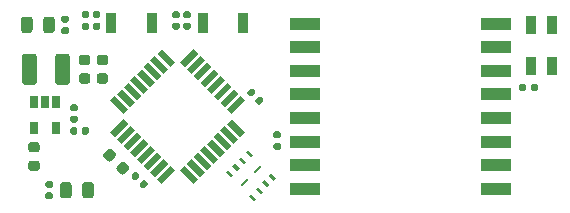
<source format=gbr>
%TF.GenerationSoftware,KiCad,Pcbnew,(5.1.6)-1*%
%TF.CreationDate,2020-12-02T12:11:42+01:00*%
%TF.ProjectId,LoRa_Dongle_Thin,4c6f5261-5f44-46f6-9e67-6c655f546869,rev?*%
%TF.SameCoordinates,Original*%
%TF.FileFunction,Paste,Top*%
%TF.FilePolarity,Positive*%
%FSLAX46Y46*%
G04 Gerber Fmt 4.6, Leading zero omitted, Abs format (unit mm)*
G04 Created by KiCad (PCBNEW (5.1.6)-1) date 2020-12-02 12:11:42*
%MOMM*%
%LPD*%
G01*
G04 APERTURE LIST*
%ADD10C,0.100000*%
%ADD11R,2.500000X1.000000*%
%ADD12R,0.850000X1.600000*%
%ADD13R,0.650000X1.060000*%
%ADD14R,0.900000X1.700000*%
G04 APERTURE END LIST*
%TO.C,C4*%
G36*
G01*
X33083081Y51381968D02*
X33327033Y51625919D01*
G75*
G02*
X33535629Y51625919I104298J-104298D01*
G01*
X33744225Y51417323D01*
G75*
G02*
X33744225Y51208727I-104298J-104298D01*
G01*
X33500273Y50964775D01*
G75*
G02*
X33291677Y50964775I-104298J104298D01*
G01*
X33083081Y51173371D01*
G75*
G02*
X33083081Y51381967I104298J104298D01*
G01*
G37*
G36*
G01*
X33768975Y50696074D02*
X34012927Y50940025D01*
G75*
G02*
X34221523Y50940025I104298J-104298D01*
G01*
X34430119Y50731429D01*
G75*
G02*
X34430119Y50522833I-104298J-104298D01*
G01*
X34186167Y50278881D01*
G75*
G02*
X33977571Y50278881I-104298J104298D01*
G01*
X33768975Y50487477D01*
G75*
G02*
X33768975Y50696073I104298J104298D01*
G01*
G37*
%TD*%
D10*
%TO.C,U2*%
G36*
X42678145Y57709638D02*
G01*
X41546774Y56578267D01*
X41157865Y56967176D01*
X42289236Y58098547D01*
X42678145Y57709638D01*
G37*
G36*
X42112460Y58275324D02*
G01*
X40981089Y57143953D01*
X40592180Y57532862D01*
X41723551Y58664233D01*
X42112460Y58275324D01*
G37*
G36*
X41546774Y58841009D02*
G01*
X40415403Y57709638D01*
X40026494Y58098547D01*
X41157865Y59229918D01*
X41546774Y58841009D01*
G37*
G36*
X40981089Y59406695D02*
G01*
X39849718Y58275324D01*
X39460809Y58664233D01*
X40592180Y59795604D01*
X40981089Y59406695D01*
G37*
G36*
X40415404Y59972380D02*
G01*
X39284033Y58841009D01*
X38895124Y59229918D01*
X40026495Y60361289D01*
X40415404Y59972380D01*
G37*
G36*
X39849718Y60538065D02*
G01*
X38718347Y59406694D01*
X38329438Y59795603D01*
X39460809Y60926974D01*
X39849718Y60538065D01*
G37*
G36*
X39284033Y61103751D02*
G01*
X38152662Y59972380D01*
X37763753Y60361289D01*
X38895124Y61492660D01*
X39284033Y61103751D01*
G37*
G36*
X38718347Y61669436D02*
G01*
X37586976Y60538065D01*
X37198067Y60926974D01*
X38329438Y62058345D01*
X38718347Y61669436D01*
G37*
G36*
X32806935Y55758024D02*
G01*
X31675564Y54626653D01*
X31286655Y55015562D01*
X32418026Y56146933D01*
X32806935Y55758024D01*
G37*
G36*
X33372620Y55192338D02*
G01*
X32241249Y54060967D01*
X31852340Y54449876D01*
X32983711Y55581247D01*
X33372620Y55192338D01*
G37*
G36*
X33938306Y54626653D02*
G01*
X32806935Y53495282D01*
X32418026Y53884191D01*
X33549397Y55015562D01*
X33938306Y54626653D01*
G37*
G36*
X34503991Y54060967D02*
G01*
X33372620Y52929596D01*
X32983711Y53318505D01*
X34115082Y54449876D01*
X34503991Y54060967D01*
G37*
G36*
X35069676Y53495282D02*
G01*
X33938305Y52363911D01*
X33549396Y52752820D01*
X34680767Y53884191D01*
X35069676Y53495282D01*
G37*
G36*
X35635362Y52929597D02*
G01*
X34503991Y51798226D01*
X34115082Y52187135D01*
X35246453Y53318506D01*
X35635362Y52929597D01*
G37*
G36*
X36201047Y52363911D02*
G01*
X35069676Y51232540D01*
X34680767Y51621449D01*
X35812138Y52752820D01*
X36201047Y52363911D01*
G37*
G36*
X36766733Y51798226D02*
G01*
X35635362Y50666855D01*
X35246453Y51055764D01*
X36377824Y52187135D01*
X36766733Y51798226D01*
G37*
G36*
X38718347Y51055764D02*
G01*
X38329438Y50666855D01*
X37198067Y51798226D01*
X37586976Y52187135D01*
X38718347Y51055764D01*
G37*
G36*
X39284033Y51621449D02*
G01*
X38895124Y51232540D01*
X37763753Y52363911D01*
X38152662Y52752820D01*
X39284033Y51621449D01*
G37*
G36*
X39849718Y52187135D02*
G01*
X39460809Y51798226D01*
X38329438Y52929597D01*
X38718347Y53318506D01*
X39849718Y52187135D01*
G37*
G36*
X40415404Y52752820D02*
G01*
X40026495Y52363911D01*
X38895124Y53495282D01*
X39284033Y53884191D01*
X40415404Y52752820D01*
G37*
G36*
X40981089Y53318505D02*
G01*
X40592180Y52929596D01*
X39460809Y54060967D01*
X39849718Y54449876D01*
X40981089Y53318505D01*
G37*
G36*
X41546774Y53884191D02*
G01*
X41157865Y53495282D01*
X40026494Y54626653D01*
X40415403Y55015562D01*
X41546774Y53884191D01*
G37*
G36*
X42112460Y54449876D02*
G01*
X41723551Y54060967D01*
X40592180Y55192338D01*
X40981089Y55581247D01*
X42112460Y54449876D01*
G37*
G36*
X42678145Y55015562D02*
G01*
X42289236Y54626653D01*
X41157865Y55758024D01*
X41546774Y56146933D01*
X42678145Y55015562D01*
G37*
G36*
X36766733Y60926974D02*
G01*
X36377824Y60538065D01*
X35246453Y61669436D01*
X35635362Y62058345D01*
X36766733Y60926974D01*
G37*
G36*
X36201047Y60361289D02*
G01*
X35812138Y59972380D01*
X34680767Y61103751D01*
X35069676Y61492660D01*
X36201047Y60361289D01*
G37*
G36*
X35635362Y59795603D02*
G01*
X35246453Y59406694D01*
X34115082Y60538065D01*
X34503991Y60926974D01*
X35635362Y59795603D01*
G37*
G36*
X35069676Y59229918D02*
G01*
X34680767Y58841009D01*
X33549396Y59972380D01*
X33938305Y60361289D01*
X35069676Y59229918D01*
G37*
G36*
X34503991Y58664233D02*
G01*
X34115082Y58275324D01*
X32983711Y59406695D01*
X33372620Y59795604D01*
X34503991Y58664233D01*
G37*
G36*
X33938306Y58098547D02*
G01*
X33549397Y57709638D01*
X32418026Y58841009D01*
X32806935Y59229918D01*
X33938306Y58098547D01*
G37*
G36*
X33372620Y57532862D02*
G01*
X32983711Y57143953D01*
X31852340Y58275324D01*
X32241249Y58664233D01*
X33372620Y57532862D01*
G37*
G36*
X32806935Y56967176D02*
G01*
X32418026Y56578267D01*
X31286655Y57709638D01*
X31675564Y58098547D01*
X32806935Y56967176D01*
G37*
%TD*%
D11*
%TO.C,U3*%
X47749000Y64226200D03*
X47749000Y62226200D03*
X47749000Y60226200D03*
X47749000Y58226200D03*
X47749000Y56226200D03*
X47749000Y54226200D03*
X47749000Y52226200D03*
X47749000Y50226200D03*
X63949000Y50226200D03*
X63949000Y52226200D03*
X63949000Y54226200D03*
X63949000Y56226200D03*
X63949000Y58226200D03*
X63949000Y60226200D03*
X63949000Y62226200D03*
X63949000Y64226200D03*
%TD*%
%TO.C,C5*%
G36*
G01*
X31709108Y52955884D02*
X31346716Y52593491D01*
G75*
G02*
X31037356Y52593491I-154680J154680D01*
G01*
X30727997Y52902850D01*
G75*
G02*
X30727997Y53212210I154680J154680D01*
G01*
X31090390Y53574603D01*
G75*
G02*
X31399750Y53574603I154680J-154680D01*
G01*
X31709109Y53265244D01*
G75*
G02*
X31709109Y52955884I-154680J-154680D01*
G01*
G37*
G36*
G01*
X32822802Y51842190D02*
X32460410Y51479797D01*
G75*
G02*
X32151050Y51479797I-154680J154680D01*
G01*
X31841691Y51789156D01*
G75*
G02*
X31841691Y52098516I154680J154680D01*
G01*
X32204084Y52460909D01*
G75*
G02*
X32513444Y52460909I154680J-154680D01*
G01*
X32822803Y52151550D01*
G75*
G02*
X32822803Y51842190I-154680J-154680D01*
G01*
G37*
%TD*%
%TO.C,C6*%
G36*
G01*
X24559550Y54184000D02*
X25072050Y54184000D01*
G75*
G02*
X25290800Y53965250I0J-218750D01*
G01*
X25290800Y53527750D01*
G75*
G02*
X25072050Y53309000I-218750J0D01*
G01*
X24559550Y53309000D01*
G75*
G02*
X24340800Y53527750I0J218750D01*
G01*
X24340800Y53965250D01*
G75*
G02*
X24559550Y54184000I218750J0D01*
G01*
G37*
G36*
G01*
X24559550Y52609000D02*
X25072050Y52609000D01*
G75*
G02*
X25290800Y52390250I0J-218750D01*
G01*
X25290800Y51952750D01*
G75*
G02*
X25072050Y51734000I-218750J0D01*
G01*
X24559550Y51734000D01*
G75*
G02*
X24340800Y51952750I0J218750D01*
G01*
X24340800Y52390250D01*
G75*
G02*
X24559550Y52609000I218750J0D01*
G01*
G37*
%TD*%
%TO.C,C9*%
G36*
G01*
X29364650Y59125400D02*
X28852150Y59125400D01*
G75*
G02*
X28633400Y59344150I0J218750D01*
G01*
X28633400Y59781650D01*
G75*
G02*
X28852150Y60000400I218750J0D01*
G01*
X29364650Y60000400D01*
G75*
G02*
X29583400Y59781650I0J-218750D01*
G01*
X29583400Y59344150D01*
G75*
G02*
X29364650Y59125400I-218750J0D01*
G01*
G37*
G36*
G01*
X29364650Y60700400D02*
X28852150Y60700400D01*
G75*
G02*
X28633400Y60919150I0J218750D01*
G01*
X28633400Y61356650D01*
G75*
G02*
X28852150Y61575400I218750J0D01*
G01*
X29364650Y61575400D01*
G75*
G02*
X29583400Y61356650I0J-218750D01*
G01*
X29583400Y60919150D01*
G75*
G02*
X29364650Y60700400I-218750J0D01*
G01*
G37*
%TD*%
%TO.C,C10*%
G36*
G01*
X30863250Y60700400D02*
X30350750Y60700400D01*
G75*
G02*
X30132000Y60919150I0J218750D01*
G01*
X30132000Y61356650D01*
G75*
G02*
X30350750Y61575400I218750J0D01*
G01*
X30863250Y61575400D01*
G75*
G02*
X31082000Y61356650I0J-218750D01*
G01*
X31082000Y60919150D01*
G75*
G02*
X30863250Y60700400I-218750J0D01*
G01*
G37*
G36*
G01*
X30863250Y59125400D02*
X30350750Y59125400D01*
G75*
G02*
X30132000Y59344150I0J218750D01*
G01*
X30132000Y59781650D01*
G75*
G02*
X30350750Y60000400I218750J0D01*
G01*
X30863250Y60000400D01*
G75*
G02*
X31082000Y59781650I0J-218750D01*
G01*
X31082000Y59344150D01*
G75*
G02*
X30863250Y59125400I-218750J0D01*
G01*
G37*
%TD*%
D12*
%TO.C,D1*%
X68636600Y64132400D03*
X66886600Y64132400D03*
X68636600Y60632400D03*
X66886600Y60632400D03*
%TD*%
%TO.C,D2*%
G36*
G01*
X23721000Y63653350D02*
X23721000Y64565850D01*
G75*
G02*
X23964750Y64809600I243750J0D01*
G01*
X24452250Y64809600D01*
G75*
G02*
X24696000Y64565850I0J-243750D01*
G01*
X24696000Y63653350D01*
G75*
G02*
X24452250Y63409600I-243750J0D01*
G01*
X23964750Y63409600D01*
G75*
G02*
X23721000Y63653350I0J243750D01*
G01*
G37*
G36*
G01*
X25596000Y63653350D02*
X25596000Y64565850D01*
G75*
G02*
X25839750Y64809600I243750J0D01*
G01*
X26327250Y64809600D01*
G75*
G02*
X26571000Y64565850I0J-243750D01*
G01*
X26571000Y63653350D01*
G75*
G02*
X26327250Y63409600I-243750J0D01*
G01*
X25839750Y63409600D01*
G75*
G02*
X25596000Y63653350I0J243750D01*
G01*
G37*
%TD*%
%TO.C,D3*%
G36*
G01*
X27998000Y50570450D02*
X27998000Y49657950D01*
G75*
G02*
X27754250Y49414200I-243750J0D01*
G01*
X27266750Y49414200D01*
G75*
G02*
X27023000Y49657950I0J243750D01*
G01*
X27023000Y50570450D01*
G75*
G02*
X27266750Y50814200I243750J0D01*
G01*
X27754250Y50814200D01*
G75*
G02*
X27998000Y50570450I0J-243750D01*
G01*
G37*
G36*
G01*
X29873000Y50570450D02*
X29873000Y49657950D01*
G75*
G02*
X29629250Y49414200I-243750J0D01*
G01*
X29141750Y49414200D01*
G75*
G02*
X28898000Y49657950I0J243750D01*
G01*
X28898000Y50570450D01*
G75*
G02*
X29141750Y50814200I243750J0D01*
G01*
X29629250Y50814200D01*
G75*
G02*
X29873000Y50570450I0J-243750D01*
G01*
G37*
%TD*%
%TO.C,L2*%
G36*
G01*
X23806800Y59275400D02*
X23806800Y61425400D01*
G75*
G02*
X24056800Y61675400I250000J0D01*
G01*
X24806800Y61675400D01*
G75*
G02*
X25056800Y61425400I0J-250000D01*
G01*
X25056800Y59275400D01*
G75*
G02*
X24806800Y59025400I-250000J0D01*
G01*
X24056800Y59025400D01*
G75*
G02*
X23806800Y59275400I0J250000D01*
G01*
G37*
G36*
G01*
X26606800Y59275400D02*
X26606800Y61425400D01*
G75*
G02*
X26856800Y61675400I250000J0D01*
G01*
X27606800Y61675400D01*
G75*
G02*
X27856800Y61425400I0J-250000D01*
G01*
X27856800Y59275400D01*
G75*
G02*
X27606800Y59025400I-250000J0D01*
G01*
X26856800Y59025400D01*
G75*
G02*
X26606800Y59275400I0J250000D01*
G01*
G37*
%TD*%
D10*
%TO.C,U1*%
G36*
X42750061Y53333024D02*
G01*
X42926837Y53509800D01*
X43351101Y53085536D01*
X43174325Y52908760D01*
X42750061Y53333024D01*
G37*
G36*
X44729960Y51353125D02*
G01*
X44906736Y51529901D01*
X45331000Y51105637D01*
X45154224Y50928861D01*
X44729960Y51353125D01*
G37*
G36*
X42184375Y52767338D02*
G01*
X42361151Y52944114D01*
X42785415Y52519850D01*
X42608639Y52343074D01*
X42184375Y52767338D01*
G37*
G36*
X41618690Y52201653D02*
G01*
X41795466Y52378429D01*
X42219730Y51954165D01*
X42042954Y51777389D01*
X41618690Y52201653D01*
G37*
G36*
X41053004Y51635967D02*
G01*
X41229780Y51812743D01*
X41654044Y51388479D01*
X41477268Y51211703D01*
X41053004Y51635967D01*
G37*
G36*
X44164274Y50787439D02*
G01*
X44341050Y50964215D01*
X44765314Y50539951D01*
X44588538Y50363175D01*
X44164274Y50787439D01*
G37*
G36*
X43598589Y50221754D02*
G01*
X43775365Y50398530D01*
X44199629Y49974266D01*
X44022853Y49797490D01*
X43598589Y50221754D01*
G37*
G36*
X43032903Y49656068D02*
G01*
X43209679Y49832844D01*
X43633943Y49408580D01*
X43457167Y49231804D01*
X43032903Y49656068D01*
G37*
G36*
X42258621Y50578842D02*
G01*
X42824306Y51144527D01*
X42965727Y51003106D01*
X42400042Y50437421D01*
X42258621Y50578842D01*
G37*
G36*
X43372173Y51692394D02*
G01*
X43937858Y52258079D01*
X44079279Y52116658D01*
X43513594Y51550973D01*
X43372173Y51692394D01*
G37*
%TD*%
D13*
%TO.C,U4*%
X26705600Y57564200D03*
X25755600Y57564200D03*
X24805600Y57564200D03*
X24805600Y55364200D03*
X26705600Y55364200D03*
%TD*%
%TO.C,C1*%
G36*
G01*
X37597300Y64300600D02*
X37942300Y64300600D01*
G75*
G02*
X38089800Y64153100I0J-147500D01*
G01*
X38089800Y63858100D01*
G75*
G02*
X37942300Y63710600I-147500J0D01*
G01*
X37597300Y63710600D01*
G75*
G02*
X37449800Y63858100I0J147500D01*
G01*
X37449800Y64153100D01*
G75*
G02*
X37597300Y64300600I147500J0D01*
G01*
G37*
G36*
G01*
X37597300Y65270600D02*
X37942300Y65270600D01*
G75*
G02*
X38089800Y65123100I0J-147500D01*
G01*
X38089800Y64828100D01*
G75*
G02*
X37942300Y64680600I-147500J0D01*
G01*
X37597300Y64680600D01*
G75*
G02*
X37449800Y64828100I0J147500D01*
G01*
X37449800Y65123100D01*
G75*
G02*
X37597300Y65270600I147500J0D01*
G01*
G37*
%TD*%
%TO.C,C2*%
G36*
G01*
X29951900Y65270600D02*
X30296900Y65270600D01*
G75*
G02*
X30444400Y65123100I0J-147500D01*
G01*
X30444400Y64828100D01*
G75*
G02*
X30296900Y64680600I-147500J0D01*
G01*
X29951900Y64680600D01*
G75*
G02*
X29804400Y64828100I0J147500D01*
G01*
X29804400Y65123100D01*
G75*
G02*
X29951900Y65270600I147500J0D01*
G01*
G37*
G36*
G01*
X29951900Y64300600D02*
X30296900Y64300600D01*
G75*
G02*
X30444400Y64153100I0J-147500D01*
G01*
X30444400Y63858100D01*
G75*
G02*
X30296900Y63710600I-147500J0D01*
G01*
X29951900Y63710600D01*
G75*
G02*
X29804400Y63858100I0J147500D01*
G01*
X29804400Y64153100D01*
G75*
G02*
X29951900Y64300600I147500J0D01*
G01*
G37*
%TD*%
%TO.C,C3*%
G36*
G01*
X43573375Y57782674D02*
X43817327Y58026625D01*
G75*
G02*
X44025923Y58026625I104298J-104298D01*
G01*
X44234519Y57818029D01*
G75*
G02*
X44234519Y57609433I-104298J-104298D01*
G01*
X43990567Y57365481D01*
G75*
G02*
X43781971Y57365481I-104298J104298D01*
G01*
X43573375Y57574077D01*
G75*
G02*
X43573375Y57782673I104298J104298D01*
G01*
G37*
G36*
G01*
X42887481Y58468568D02*
X43131433Y58712519D01*
G75*
G02*
X43340029Y58712519I104298J-104298D01*
G01*
X43548625Y58503923D01*
G75*
G02*
X43548625Y58295327I-104298J-104298D01*
G01*
X43304673Y58051375D01*
G75*
G02*
X43096077Y58051375I-104298J104298D01*
G01*
X42887481Y58259971D01*
G75*
G02*
X42887481Y58468567I104298J104298D01*
G01*
G37*
%TD*%
%TO.C,R1*%
G36*
G01*
X37027900Y64680600D02*
X36682900Y64680600D01*
G75*
G02*
X36535400Y64828100I0J147500D01*
G01*
X36535400Y65123100D01*
G75*
G02*
X36682900Y65270600I147500J0D01*
G01*
X37027900Y65270600D01*
G75*
G02*
X37175400Y65123100I0J-147500D01*
G01*
X37175400Y64828100D01*
G75*
G02*
X37027900Y64680600I-147500J0D01*
G01*
G37*
G36*
G01*
X37027900Y63710600D02*
X36682900Y63710600D01*
G75*
G02*
X36535400Y63858100I0J147500D01*
G01*
X36535400Y64153100D01*
G75*
G02*
X36682900Y64300600I147500J0D01*
G01*
X37027900Y64300600D01*
G75*
G02*
X37175400Y64153100I0J-147500D01*
G01*
X37175400Y63858100D01*
G75*
G02*
X37027900Y63710600I-147500J0D01*
G01*
G37*
%TD*%
%TO.C,R2*%
G36*
G01*
X29357100Y64680600D02*
X29012100Y64680600D01*
G75*
G02*
X28864600Y64828100I0J147500D01*
G01*
X28864600Y65123100D01*
G75*
G02*
X29012100Y65270600I147500J0D01*
G01*
X29357100Y65270600D01*
G75*
G02*
X29504600Y65123100I0J-147500D01*
G01*
X29504600Y64828100D01*
G75*
G02*
X29357100Y64680600I-147500J0D01*
G01*
G37*
G36*
G01*
X29357100Y63710600D02*
X29012100Y63710600D01*
G75*
G02*
X28864600Y63858100I0J147500D01*
G01*
X28864600Y64153100D01*
G75*
G02*
X29012100Y64300600I147500J0D01*
G01*
X29357100Y64300600D01*
G75*
G02*
X29504600Y64153100I0J-147500D01*
G01*
X29504600Y63858100D01*
G75*
G02*
X29357100Y63710600I-147500J0D01*
G01*
G37*
%TD*%
%TO.C,R3*%
G36*
G01*
X67474800Y58973500D02*
X67474800Y58628500D01*
G75*
G02*
X67327300Y58481000I-147500J0D01*
G01*
X67032300Y58481000D01*
G75*
G02*
X66884800Y58628500I0J147500D01*
G01*
X66884800Y58973500D01*
G75*
G02*
X67032300Y59121000I147500J0D01*
G01*
X67327300Y59121000D01*
G75*
G02*
X67474800Y58973500I0J-147500D01*
G01*
G37*
G36*
G01*
X66504800Y58973500D02*
X66504800Y58628500D01*
G75*
G02*
X66357300Y58481000I-147500J0D01*
G01*
X66062300Y58481000D01*
G75*
G02*
X65914800Y58628500I0J147500D01*
G01*
X65914800Y58973500D01*
G75*
G02*
X66062300Y59121000I147500J0D01*
G01*
X66357300Y59121000D01*
G75*
G02*
X66504800Y58973500I0J-147500D01*
G01*
G37*
%TD*%
%TO.C,R4*%
G36*
G01*
X27629900Y63329600D02*
X27284900Y63329600D01*
G75*
G02*
X27137400Y63477100I0J147500D01*
G01*
X27137400Y63772100D01*
G75*
G02*
X27284900Y63919600I147500J0D01*
G01*
X27629900Y63919600D01*
G75*
G02*
X27777400Y63772100I0J-147500D01*
G01*
X27777400Y63477100D01*
G75*
G02*
X27629900Y63329600I-147500J0D01*
G01*
G37*
G36*
G01*
X27629900Y64299600D02*
X27284900Y64299600D01*
G75*
G02*
X27137400Y64447100I0J147500D01*
G01*
X27137400Y64742100D01*
G75*
G02*
X27284900Y64889600I147500J0D01*
G01*
X27629900Y64889600D01*
G75*
G02*
X27777400Y64742100I0J-147500D01*
G01*
X27777400Y64447100D01*
G75*
G02*
X27629900Y64299600I-147500J0D01*
G01*
G37*
%TD*%
%TO.C,R5*%
G36*
G01*
X26283700Y50304200D02*
X25938700Y50304200D01*
G75*
G02*
X25791200Y50451700I0J147500D01*
G01*
X25791200Y50746700D01*
G75*
G02*
X25938700Y50894200I147500J0D01*
G01*
X26283700Y50894200D01*
G75*
G02*
X26431200Y50746700I0J-147500D01*
G01*
X26431200Y50451700D01*
G75*
G02*
X26283700Y50304200I-147500J0D01*
G01*
G37*
G36*
G01*
X26283700Y49334200D02*
X25938700Y49334200D01*
G75*
G02*
X25791200Y49481700I0J147500D01*
G01*
X25791200Y49776700D01*
G75*
G02*
X25938700Y49924200I147500J0D01*
G01*
X26283700Y49924200D01*
G75*
G02*
X26431200Y49776700I0J-147500D01*
G01*
X26431200Y49481700D01*
G75*
G02*
X26283700Y49334200I-147500J0D01*
G01*
G37*
%TD*%
%TO.C,R6*%
G36*
G01*
X45587700Y53525200D02*
X45242700Y53525200D01*
G75*
G02*
X45095200Y53672700I0J147500D01*
G01*
X45095200Y53967700D01*
G75*
G02*
X45242700Y54115200I147500J0D01*
G01*
X45587700Y54115200D01*
G75*
G02*
X45735200Y53967700I0J-147500D01*
G01*
X45735200Y53672700D01*
G75*
G02*
X45587700Y53525200I-147500J0D01*
G01*
G37*
G36*
G01*
X45587700Y54495200D02*
X45242700Y54495200D01*
G75*
G02*
X45095200Y54642700I0J147500D01*
G01*
X45095200Y54937700D01*
G75*
G02*
X45242700Y55085200I147500J0D01*
G01*
X45587700Y55085200D01*
G75*
G02*
X45735200Y54937700I0J-147500D01*
G01*
X45735200Y54642700D01*
G75*
G02*
X45587700Y54495200I-147500J0D01*
G01*
G37*
%TD*%
%TO.C,R7*%
G36*
G01*
X28046900Y57396600D02*
X28391900Y57396600D01*
G75*
G02*
X28539400Y57249100I0J-147500D01*
G01*
X28539400Y56954100D01*
G75*
G02*
X28391900Y56806600I-147500J0D01*
G01*
X28046900Y56806600D01*
G75*
G02*
X27899400Y56954100I0J147500D01*
G01*
X27899400Y57249100D01*
G75*
G02*
X28046900Y57396600I147500J0D01*
G01*
G37*
G36*
G01*
X28046900Y56426600D02*
X28391900Y56426600D01*
G75*
G02*
X28539400Y56279100I0J-147500D01*
G01*
X28539400Y55984100D01*
G75*
G02*
X28391900Y55836600I-147500J0D01*
G01*
X28046900Y55836600D01*
G75*
G02*
X27899400Y55984100I0J147500D01*
G01*
X27899400Y56279100D01*
G75*
G02*
X28046900Y56426600I147500J0D01*
G01*
G37*
%TD*%
%TO.C,R8*%
G36*
G01*
X28869000Y54970900D02*
X28869000Y55315900D01*
G75*
G02*
X29016500Y55463400I147500J0D01*
G01*
X29311500Y55463400D01*
G75*
G02*
X29459000Y55315900I0J-147500D01*
G01*
X29459000Y54970900D01*
G75*
G02*
X29311500Y54823400I-147500J0D01*
G01*
X29016500Y54823400D01*
G75*
G02*
X28869000Y54970900I0J147500D01*
G01*
G37*
G36*
G01*
X27899000Y54970900D02*
X27899000Y55315900D01*
G75*
G02*
X28046500Y55463400I147500J0D01*
G01*
X28341500Y55463400D01*
G75*
G02*
X28489000Y55315900I0J-147500D01*
G01*
X28489000Y54970900D01*
G75*
G02*
X28341500Y54823400I-147500J0D01*
G01*
X28046500Y54823400D01*
G75*
G02*
X27899000Y54970900I0J147500D01*
G01*
G37*
%TD*%
D14*
%TO.C,SW1*%
X42492400Y64312800D03*
X39092400Y64312800D03*
%TD*%
%TO.C,SW2*%
X31370800Y64312800D03*
X34770800Y64312800D03*
%TD*%
M02*

</source>
